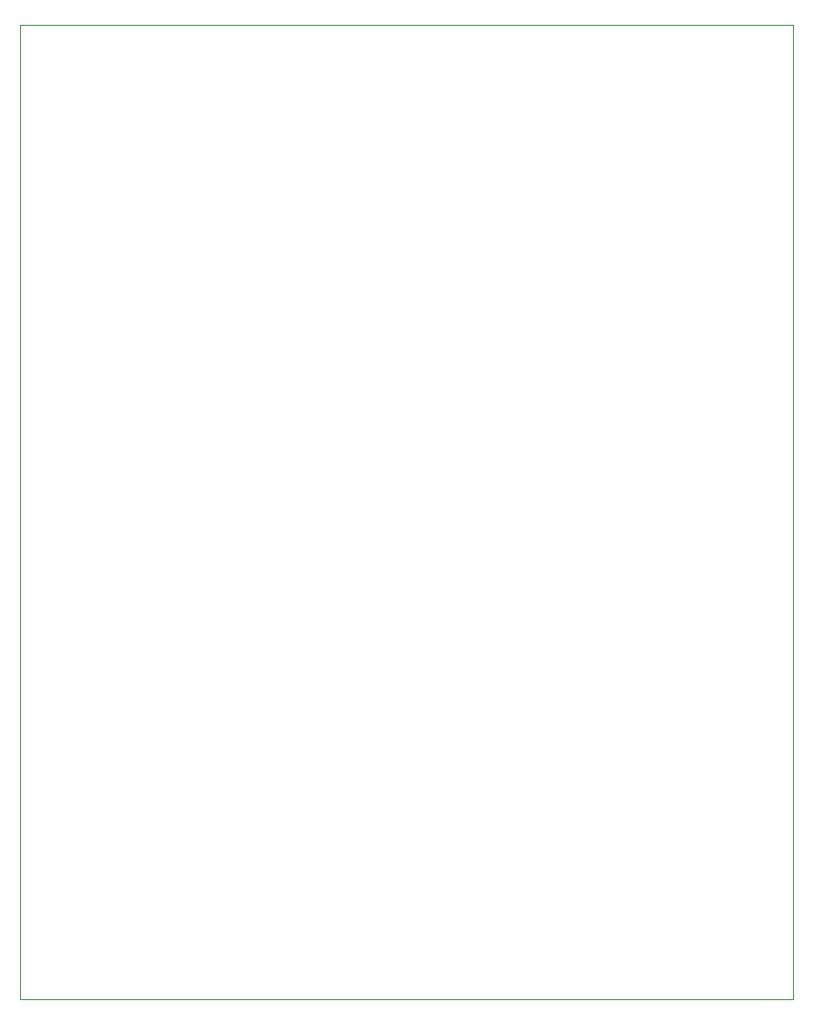
<source format=gbr>
G04 #@! TF.FileFunction,Profile,NP*
%FSLAX46Y46*%
G04 Gerber Fmt 4.6, Leading zero omitted, Abs format (unit mm)*
G04 Created by KiCad (PCBNEW 4.0.5) date Sat Feb  4 13:13:31 2017*
%MOMM*%
%LPD*%
G01*
G04 APERTURE LIST*
%ADD10C,0.100000*%
G04 APERTURE END LIST*
D10*
X114300000Y-92075000D02*
X114300000Y-170815000D01*
X182880000Y-84455000D02*
X182880000Y-92075000D01*
X114300000Y-84455000D02*
X182880000Y-84455000D01*
X114300000Y-92075000D02*
X114300000Y-84455000D01*
X182880000Y-170815000D02*
X182880000Y-92075000D01*
X114300000Y-170815000D02*
X182880000Y-170815000D01*
M02*

</source>
